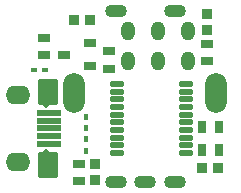
<source format=gbr>
%TF.GenerationSoftware,Altium Limited,Altium Designer,20.1.8 (145)*%
G04 Layer_Color=37055*
%FSLAX44Y44*%
%MOMM*%
%TF.SameCoordinates,E54140C2-77ED-4701-9F9C-26571285D32F*%
%TF.FilePolarity,Negative*%
%TF.FileFunction,Soldermask,Top*%
%TF.Part,Single*%
G01*
G75*
%TA.AperFunction,ComponentPad*%
%ADD34C,0.5000*%
%ADD35O,2.1000X1.6000*%
G04:AMPARAMS|DCode=36|XSize=1.85mm|YSize=3.35mm|CornerRadius=0.925mm|HoleSize=0mm|Usage=FLASHONLY|Rotation=180.000|XOffset=0mm|YOffset=0mm|HoleType=Round|Shape=RoundedRectangle|*
%AMROUNDEDRECTD36*
21,1,1.8500,1.5000,0,0,180.0*
21,1,0.0000,3.3500,0,0,180.0*
1,1,1.8500,0.0000,0.7500*
1,1,1.8500,0.0000,0.7500*
1,1,1.8500,0.0000,-0.7500*
1,1,1.8500,0.0000,-0.7500*
%
%ADD36ROUNDEDRECTD36*%
%ADD37O,1.8500X3.3500*%
%ADD38O,1.8500X1.1000*%
G04:AMPARAMS|DCode=39|XSize=1.2mm|YSize=1.6mm|CornerRadius=0.6mm|HoleSize=0mm|Usage=FLASHONLY|Rotation=0.000|XOffset=0mm|YOffset=0mm|HoleType=Round|Shape=RoundedRectangle|*
%AMROUNDEDRECTD39*
21,1,1.2000,0.4000,0,0,0.0*
21,1,0.0000,1.6000,0,0,0.0*
1,1,1.2000,0.0000,-0.2000*
1,1,1.2000,0.0000,-0.2000*
1,1,1.2000,0.0000,0.2000*
1,1,1.2000,0.0000,0.2000*
%
%ADD39ROUNDEDRECTD39*%
%TA.AperFunction,SMDPad,CuDef*%
G04:AMPARAMS|DCode=42|XSize=0.45mm|YSize=1.25mm|CornerRadius=0.1375mm|HoleSize=0mm|Usage=FLASHONLY|Rotation=270.000|XOffset=0mm|YOffset=0mm|HoleType=Round|Shape=RoundedRectangle|*
%AMROUNDEDRECTD42*
21,1,0.4500,0.9750,0,0,270.0*
21,1,0.1750,1.2500,0,0,270.0*
1,1,0.2750,-0.4875,-0.0875*
1,1,0.2750,-0.4875,0.0875*
1,1,0.2750,0.4875,0.0875*
1,1,0.2750,0.4875,-0.0875*
%
%ADD42ROUNDEDRECTD42*%
G04:AMPARAMS|DCode=43|XSize=0.45mm|YSize=2.1mm|CornerRadius=0.0518mm|HoleSize=0mm|Usage=FLASHONLY|Rotation=270.000|XOffset=0mm|YOffset=0mm|HoleType=Round|Shape=RoundedRectangle|*
%AMROUNDEDRECTD43*
21,1,0.4500,1.9965,0,0,270.0*
21,1,0.3465,2.1000,0,0,270.0*
1,1,0.1035,-0.9983,-0.1733*
1,1,0.1035,-0.9983,0.1733*
1,1,0.1035,0.9983,0.1733*
1,1,0.1035,0.9983,-0.1733*
%
%ADD43ROUNDEDRECTD43*%
G04:AMPARAMS|DCode=44|XSize=2.2mm|YSize=1.7mm|CornerRadius=0.058mm|HoleSize=0mm|Usage=FLASHONLY|Rotation=270.000|XOffset=0mm|YOffset=0mm|HoleType=Round|Shape=RoundedRectangle|*
%AMROUNDEDRECTD44*
21,1,2.2000,1.5840,0,0,270.0*
21,1,2.0840,1.7000,0,0,270.0*
1,1,0.1160,-0.7920,-1.0420*
1,1,0.1160,-0.7920,1.0420*
1,1,0.1160,0.7920,1.0420*
1,1,0.1160,0.7920,-1.0420*
%
%ADD44ROUNDEDRECTD44*%
G04:AMPARAMS|DCode=45|XSize=0.95mm|YSize=0.75mm|CornerRadius=0.0533mm|HoleSize=0mm|Usage=FLASHONLY|Rotation=0.000|XOffset=0mm|YOffset=0mm|HoleType=Round|Shape=RoundedRectangle|*
%AMROUNDEDRECTD45*
21,1,0.9500,0.6435,0,0,0.0*
21,1,0.8435,0.7500,0,0,0.0*
1,1,0.1065,0.4218,-0.3218*
1,1,0.1065,-0.4218,-0.3218*
1,1,0.1065,-0.4218,0.3218*
1,1,0.1065,0.4218,0.3218*
%
%ADD45ROUNDEDRECTD45*%
G04:AMPARAMS|DCode=46|XSize=0.7mm|YSize=1.1mm|CornerRadius=0.053mm|HoleSize=0mm|Usage=FLASHONLY|Rotation=270.000|XOffset=0mm|YOffset=0mm|HoleType=Round|Shape=RoundedRectangle|*
%AMROUNDEDRECTD46*
21,1,0.7000,0.9940,0,0,270.0*
21,1,0.5940,1.1000,0,0,270.0*
1,1,0.1060,-0.4970,-0.2970*
1,1,0.1060,-0.4970,0.2970*
1,1,0.1060,0.4970,0.2970*
1,1,0.1060,0.4970,-0.2970*
%
%ADD46ROUNDEDRECTD46*%
G04:AMPARAMS|DCode=47|XSize=0.9mm|YSize=0.8mm|CornerRadius=0.0535mm|HoleSize=0mm|Usage=FLASHONLY|Rotation=180.000|XOffset=0mm|YOffset=0mm|HoleType=Round|Shape=RoundedRectangle|*
%AMROUNDEDRECTD47*
21,1,0.9000,0.6930,0,0,180.0*
21,1,0.7930,0.8000,0,0,180.0*
1,1,0.1070,-0.3965,0.3465*
1,1,0.1070,0.3965,0.3465*
1,1,0.1070,0.3965,-0.3465*
1,1,0.1070,-0.3965,-0.3465*
%
%ADD47ROUNDEDRECTD47*%
G04:AMPARAMS|DCode=48|XSize=0.95mm|YSize=0.75mm|CornerRadius=0.0533mm|HoleSize=0mm|Usage=FLASHONLY|Rotation=270.000|XOffset=0mm|YOffset=0mm|HoleType=Round|Shape=RoundedRectangle|*
%AMROUNDEDRECTD48*
21,1,0.9500,0.6435,0,0,270.0*
21,1,0.8435,0.7500,0,0,270.0*
1,1,0.1065,-0.3218,-0.4218*
1,1,0.1065,-0.3218,0.4218*
1,1,0.1065,0.3218,0.4218*
1,1,0.1065,0.3218,-0.4218*
%
%ADD48ROUNDEDRECTD48*%
G04:AMPARAMS|DCode=49|XSize=0.4mm|YSize=0.5mm|CornerRadius=0.0515mm|HoleSize=0mm|Usage=FLASHONLY|Rotation=90.000|XOffset=0mm|YOffset=0mm|HoleType=Round|Shape=RoundedRectangle|*
%AMROUNDEDRECTD49*
21,1,0.4000,0.3970,0,0,90.0*
21,1,0.2970,0.5000,0,0,90.0*
1,1,0.1030,0.1985,0.1485*
1,1,0.1030,0.1985,-0.1485*
1,1,0.1030,-0.1985,-0.1485*
1,1,0.1030,-0.1985,0.1485*
%
%ADD49ROUNDEDRECTD49*%
G04:AMPARAMS|DCode=50|XSize=0.9mm|YSize=0.8mm|CornerRadius=0.0535mm|HoleSize=0mm|Usage=FLASHONLY|Rotation=270.000|XOffset=0mm|YOffset=0mm|HoleType=Round|Shape=RoundedRectangle|*
%AMROUNDEDRECTD50*
21,1,0.9000,0.6930,0,0,270.0*
21,1,0.7930,0.8000,0,0,270.0*
1,1,0.1070,-0.3465,-0.3965*
1,1,0.1070,-0.3465,0.3965*
1,1,0.1070,0.3465,0.3965*
1,1,0.1070,0.3465,-0.3965*
%
%ADD50ROUNDEDRECTD50*%
G04:AMPARAMS|DCode=51|XSize=0.4mm|YSize=0.5mm|CornerRadius=0.0515mm|HoleSize=0mm|Usage=FLASHONLY|Rotation=180.000|XOffset=0mm|YOffset=0mm|HoleType=Round|Shape=RoundedRectangle|*
%AMROUNDEDRECTD51*
21,1,0.4000,0.3970,0,0,180.0*
21,1,0.2970,0.5000,0,0,180.0*
1,1,0.1030,-0.1485,0.1985*
1,1,0.1030,0.1485,0.1985*
1,1,0.1030,0.1485,-0.1985*
1,1,0.1030,-0.1485,-0.1985*
%
%ADD51ROUNDEDRECTD51*%
D34*
X10065473Y10032784D02*
D03*
Y10072784D02*
D03*
D35*
X10041973Y10081085D02*
D03*
Y10024484D02*
D03*
D36*
X10209410Y10082500D02*
D03*
D37*
X10089410D02*
D03*
D38*
X10124410Y10152500D02*
D03*
X10174410D02*
D03*
X10149410Y10007500D02*
D03*
X10124410D02*
D03*
X10174410D02*
D03*
D39*
X10185787Y10109675D02*
D03*
X10160386D02*
D03*
X10134987D02*
D03*
X10185787Y10135076D02*
D03*
X10134987D02*
D03*
X10160386D02*
D03*
D42*
X10183744Y10090426D02*
D03*
Y10077426D02*
D03*
Y10070926D02*
D03*
Y10064426D02*
D03*
Y10057926D02*
D03*
Y10051426D02*
D03*
Y10044926D02*
D03*
Y10031926D02*
D03*
X10125744Y10090426D02*
D03*
Y10077426D02*
D03*
Y10070926D02*
D03*
Y10064426D02*
D03*
Y10057926D02*
D03*
Y10051426D02*
D03*
Y10044926D02*
D03*
Y10031926D02*
D03*
X10183744Y10083926D02*
D03*
Y10038426D02*
D03*
X10125744Y10083926D02*
D03*
Y10038426D02*
D03*
D43*
X10068474Y10059284D02*
D03*
Y10065784D02*
D03*
X10068223Y10052784D02*
D03*
Y10046284D02*
D03*
Y10039785D02*
D03*
D44*
X10067473Y10083784D02*
D03*
Y10021784D02*
D03*
D45*
X10064165Y10129683D02*
D03*
Y10115183D02*
D03*
X10119185Y10103404D02*
D03*
Y10117904D02*
D03*
X10093339Y10008221D02*
D03*
Y10022721D02*
D03*
X10201805Y10124601D02*
D03*
Y10110101D02*
D03*
D46*
X10102877Y10105684D02*
D03*
Y10124683D02*
D03*
X10080876Y10115183D02*
D03*
D47*
X10107106Y10008721D02*
D03*
Y10022721D02*
D03*
X10201805Y10149776D02*
D03*
Y10135776D02*
D03*
D48*
X10211812Y10053965D02*
D03*
X10197311D02*
D03*
Y10034466D02*
D03*
X10211812D02*
D03*
D49*
X10055098Y10101834D02*
D03*
X10064598D02*
D03*
D50*
X10197311Y10019346D02*
D03*
X10211312D02*
D03*
X10103207Y10144148D02*
D03*
X10089207D02*
D03*
D51*
X10099787Y10052772D02*
D03*
Y10062272D02*
D03*
Y10034066D02*
D03*
Y10043566D02*
D03*
%TF.MD5,0eafa2da75e6fa4f7569d3040d35d050*%
M02*

</source>
